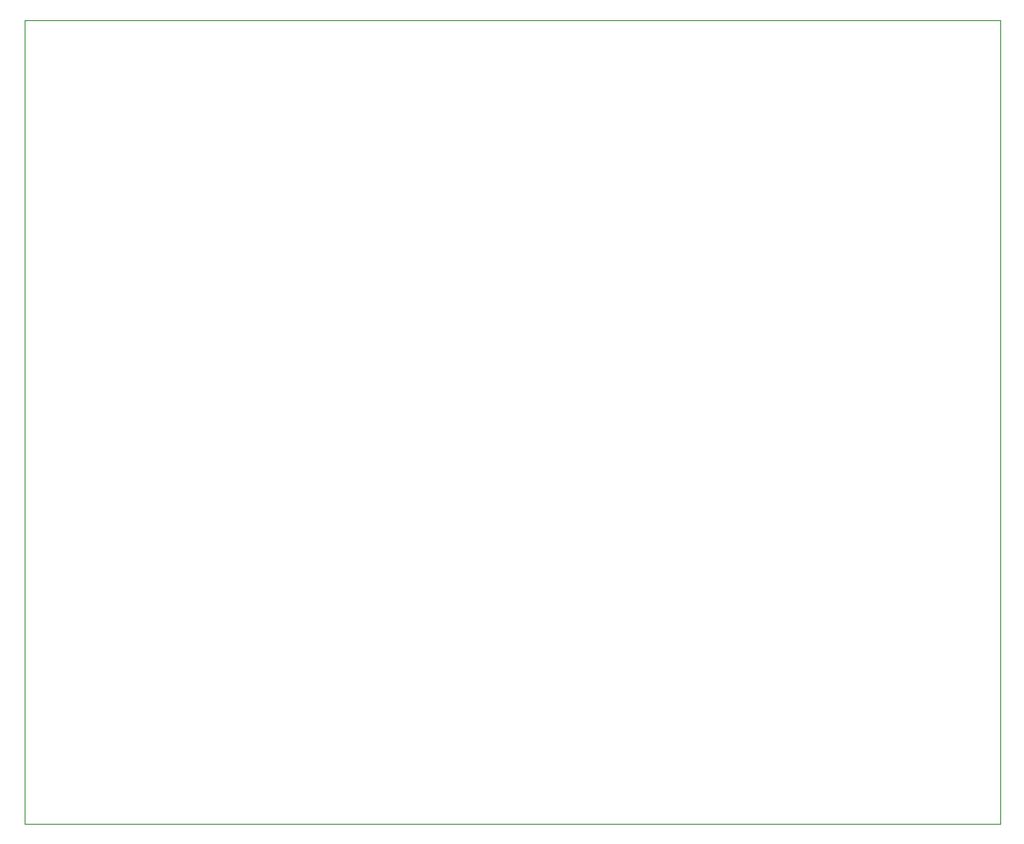
<source format=gbp>
G75*
G70*
%OFA0B0*%
%FSLAX24Y24*%
%IPPOS*%
%LPD*%
%AMOC8*
5,1,8,0,0,1.08239X$1,22.5*
%
%ADD10C,0.0000*%
D10*
X000140Y000100D02*
X037140Y000100D01*
X037140Y030600D01*
X000140Y030600D01*
X000140Y000100D01*
M02*

</source>
